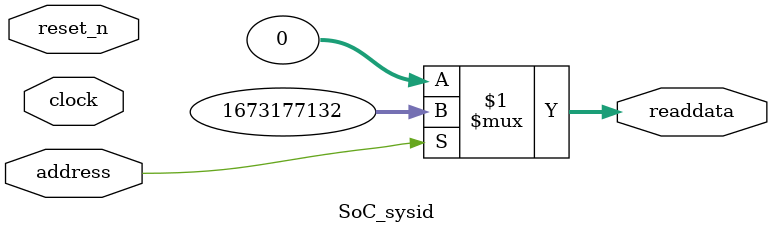
<source format=v>

`timescale 1ns / 1ps
// synthesis translate_on

// turn off superfluous verilog processor warnings 
// altera message_level Level1 
// altera message_off 10034 10035 10036 10037 10230 10240 10030 

module SoC_sysid (
               // inputs:
                address,
                clock,
                reset_n,

               // outputs:
                readdata
             )
;

  output  [ 31: 0] readdata;
  input            address;
  input            clock;
  input            reset_n;

  wire    [ 31: 0] readdata;
  //control_slave, which is an e_avalon_slave
  assign readdata = address ? 1673177132 : 0;

endmodule




</source>
